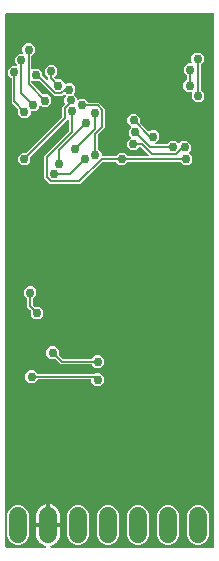
<source format=gbr>
G04 EAGLE Gerber RS-274X export*
G75*
%MOMM*%
%FSLAX34Y34*%
%LPD*%
%INBottom Copper*%
%IPPOS*%
%AMOC8*
5,1,8,0,0,1.08239X$1,22.5*%
G01*
%ADD10C,1.524000*%
%ADD11C,0.756400*%
%ADD12C,0.152400*%

G36*
X109360Y-224779D02*
X109360Y-224779D01*
X109424Y-224779D01*
X109481Y-224759D01*
X109540Y-224750D01*
X109596Y-224720D01*
X109657Y-224699D01*
X109704Y-224662D01*
X109757Y-224634D01*
X109801Y-224588D01*
X109852Y-224549D01*
X109885Y-224499D01*
X109927Y-224456D01*
X109954Y-224398D01*
X109989Y-224345D01*
X110005Y-224287D01*
X110030Y-224233D01*
X110037Y-224169D01*
X110054Y-224108D01*
X110051Y-224048D01*
X110057Y-223989D01*
X110044Y-223926D01*
X110040Y-223862D01*
X110018Y-223807D01*
X110005Y-223748D01*
X109972Y-223693D01*
X109948Y-223634D01*
X109910Y-223588D01*
X109879Y-223537D01*
X109830Y-223496D01*
X109789Y-223447D01*
X109737Y-223416D01*
X109692Y-223377D01*
X109633Y-223353D01*
X109578Y-223320D01*
X109495Y-223298D01*
X109464Y-223285D01*
X109439Y-223283D01*
X109416Y-223276D01*
X109381Y-223271D01*
X107860Y-222776D01*
X106435Y-222050D01*
X105141Y-221110D01*
X104010Y-219979D01*
X103070Y-218685D01*
X102344Y-217260D01*
X101849Y-215739D01*
X101599Y-214160D01*
X101599Y-207263D01*
X110998Y-207263D01*
X111018Y-207260D01*
X111037Y-207262D01*
X111139Y-207240D01*
X111241Y-207223D01*
X111258Y-207214D01*
X111278Y-207210D01*
X111367Y-207157D01*
X111458Y-207108D01*
X111472Y-207094D01*
X111489Y-207084D01*
X111556Y-207005D01*
X111627Y-206930D01*
X111636Y-206912D01*
X111649Y-206897D01*
X111687Y-206801D01*
X111731Y-206707D01*
X111733Y-206687D01*
X111741Y-206669D01*
X111759Y-206502D01*
X111759Y-205739D01*
X111761Y-205739D01*
X111761Y-206502D01*
X111764Y-206522D01*
X111762Y-206541D01*
X111784Y-206643D01*
X111801Y-206745D01*
X111810Y-206762D01*
X111814Y-206782D01*
X111867Y-206871D01*
X111916Y-206962D01*
X111930Y-206976D01*
X111940Y-206993D01*
X112019Y-207060D01*
X112094Y-207131D01*
X112112Y-207140D01*
X112127Y-207153D01*
X112223Y-207192D01*
X112317Y-207235D01*
X112337Y-207237D01*
X112355Y-207245D01*
X112522Y-207263D01*
X121921Y-207263D01*
X121921Y-214160D01*
X121671Y-215739D01*
X121176Y-217260D01*
X120450Y-218685D01*
X119510Y-219979D01*
X118379Y-221110D01*
X117085Y-222050D01*
X115660Y-222776D01*
X114139Y-223271D01*
X114104Y-223276D01*
X114043Y-223296D01*
X113980Y-223307D01*
X113927Y-223335D01*
X113870Y-223353D01*
X113819Y-223392D01*
X113763Y-223422D01*
X113722Y-223465D01*
X113674Y-223501D01*
X113637Y-223554D01*
X113593Y-223600D01*
X113568Y-223654D01*
X113534Y-223703D01*
X113517Y-223765D01*
X113490Y-223823D01*
X113483Y-223882D01*
X113467Y-223940D01*
X113470Y-224004D01*
X113463Y-224067D01*
X113475Y-224126D01*
X113478Y-224186D01*
X113501Y-224245D01*
X113515Y-224308D01*
X113546Y-224359D01*
X113567Y-224415D01*
X113608Y-224464D01*
X113641Y-224519D01*
X113687Y-224558D01*
X113725Y-224604D01*
X113779Y-224637D01*
X113828Y-224679D01*
X113884Y-224701D01*
X113934Y-224733D01*
X113997Y-224747D01*
X114056Y-224771D01*
X114142Y-224780D01*
X114174Y-224788D01*
X114199Y-224787D01*
X114223Y-224789D01*
X251768Y-224789D01*
X251788Y-224786D01*
X251807Y-224788D01*
X251909Y-224766D01*
X252011Y-224750D01*
X252028Y-224740D01*
X252048Y-224736D01*
X252137Y-224683D01*
X252228Y-224634D01*
X252242Y-224620D01*
X252259Y-224610D01*
X252326Y-224531D01*
X252398Y-224456D01*
X252406Y-224438D01*
X252419Y-224423D01*
X252458Y-224327D01*
X252501Y-224233D01*
X252503Y-224213D01*
X252511Y-224195D01*
X252529Y-224028D01*
X252529Y226875D01*
X252526Y226895D01*
X252528Y226914D01*
X252506Y227016D01*
X252490Y227118D01*
X252480Y227135D01*
X252476Y227155D01*
X252423Y227244D01*
X252374Y227335D01*
X252360Y227349D01*
X252350Y227366D01*
X252271Y227433D01*
X252196Y227504D01*
X252178Y227513D01*
X252163Y227526D01*
X252067Y227564D01*
X251973Y227608D01*
X251953Y227610D01*
X251935Y227618D01*
X251768Y227636D01*
X76200Y227636D01*
X76180Y227633D01*
X76161Y227635D01*
X76059Y227613D01*
X75957Y227596D01*
X75940Y227587D01*
X75920Y227583D01*
X75831Y227530D01*
X75740Y227481D01*
X75726Y227467D01*
X75709Y227457D01*
X75642Y227378D01*
X75570Y227303D01*
X75562Y227285D01*
X75549Y227270D01*
X75510Y227173D01*
X75467Y227080D01*
X75465Y227060D01*
X75457Y227042D01*
X75439Y226875D01*
X75439Y-224028D01*
X75442Y-224048D01*
X75440Y-224067D01*
X75462Y-224169D01*
X75478Y-224271D01*
X75488Y-224288D01*
X75492Y-224308D01*
X75545Y-224397D01*
X75594Y-224488D01*
X75608Y-224502D01*
X75618Y-224519D01*
X75697Y-224586D01*
X75772Y-224658D01*
X75790Y-224666D01*
X75805Y-224679D01*
X75901Y-224718D01*
X75995Y-224761D01*
X76015Y-224763D01*
X76033Y-224771D01*
X76200Y-224789D01*
X109297Y-224789D01*
X109360Y-224779D01*
G37*
%LPC*%
G36*
X113303Y83009D02*
X113303Y83009D01*
X108409Y87903D01*
X108409Y106755D01*
X129570Y127916D01*
X129616Y127980D01*
X129638Y128003D01*
X129642Y128012D01*
X129683Y128060D01*
X129695Y128090D01*
X129714Y128116D01*
X129741Y128203D01*
X129775Y128288D01*
X129779Y128329D01*
X129786Y128351D01*
X129785Y128383D01*
X129793Y128455D01*
X129793Y137422D01*
X129782Y137492D01*
X129780Y137564D01*
X129762Y137613D01*
X129754Y137664D01*
X129720Y137728D01*
X129695Y137795D01*
X129663Y137836D01*
X129638Y137882D01*
X129586Y137931D01*
X129542Y137987D01*
X129498Y138015D01*
X129460Y138051D01*
X129395Y138081D01*
X129335Y138120D01*
X129284Y138133D01*
X129237Y138155D01*
X129166Y138163D01*
X129096Y138180D01*
X129044Y138176D01*
X128993Y138182D01*
X128922Y138167D01*
X128851Y138161D01*
X128803Y138141D01*
X128752Y138130D01*
X128691Y138093D01*
X128625Y138065D01*
X128569Y138020D01*
X128541Y138003D01*
X128526Y137986D01*
X128494Y137960D01*
X126736Y136202D01*
X96970Y106436D01*
X96917Y106362D01*
X96857Y106292D01*
X96845Y106262D01*
X96826Y106236D01*
X96799Y106149D01*
X96765Y106064D01*
X96761Y106023D01*
X96754Y106001D01*
X96755Y105969D01*
X96747Y105897D01*
X96747Y101942D01*
X93638Y98833D01*
X89242Y98833D01*
X86133Y101942D01*
X86133Y106338D01*
X89242Y109447D01*
X93197Y109447D01*
X93288Y109461D01*
X93378Y109469D01*
X93408Y109481D01*
X93440Y109486D01*
X93521Y109529D01*
X93605Y109565D01*
X93637Y109591D01*
X93658Y109602D01*
X93680Y109625D01*
X93736Y109670D01*
X123502Y139436D01*
X123555Y139510D01*
X123615Y139580D01*
X123627Y139610D01*
X123646Y139636D01*
X123673Y139723D01*
X123707Y139808D01*
X123711Y139849D01*
X123718Y139871D01*
X123717Y139903D01*
X123725Y139975D01*
X123725Y148241D01*
X125791Y150306D01*
X125802Y150322D01*
X125818Y150335D01*
X125874Y150422D01*
X125934Y150506D01*
X125940Y150525D01*
X125951Y150542D01*
X125976Y150642D01*
X126006Y150741D01*
X126006Y150761D01*
X126011Y150780D01*
X126003Y150883D01*
X126000Y150987D01*
X125993Y151006D01*
X125992Y151025D01*
X125951Y151120D01*
X125916Y151218D01*
X125903Y151233D01*
X125895Y151252D01*
X125791Y151383D01*
X125503Y151670D01*
X125503Y156066D01*
X126676Y157239D01*
X126687Y157255D01*
X126703Y157267D01*
X126759Y157355D01*
X126819Y157438D01*
X126825Y157457D01*
X126836Y157474D01*
X126861Y157575D01*
X126892Y157674D01*
X126891Y157693D01*
X126896Y157713D01*
X126888Y157816D01*
X126885Y157919D01*
X126879Y157938D01*
X126877Y157958D01*
X126836Y158053D01*
X126801Y158150D01*
X126788Y158166D01*
X126781Y158184D01*
X126676Y158315D01*
X125983Y159009D01*
X125966Y159020D01*
X125954Y159036D01*
X125867Y159092D01*
X125783Y159152D01*
X125764Y159158D01*
X125747Y159169D01*
X125647Y159194D01*
X125548Y159224D01*
X125528Y159224D01*
X125509Y159229D01*
X125406Y159221D01*
X125302Y159218D01*
X125283Y159211D01*
X125263Y159210D01*
X125168Y159169D01*
X125071Y159134D01*
X125055Y159121D01*
X125037Y159113D01*
X124906Y159009D01*
X123913Y158015D01*
X116991Y158015D01*
X104660Y170347D01*
X104644Y170358D01*
X104631Y170374D01*
X104544Y170430D01*
X104460Y170490D01*
X104441Y170496D01*
X104424Y170507D01*
X104324Y170532D01*
X104225Y170563D01*
X104205Y170562D01*
X104186Y170567D01*
X104083Y170559D01*
X103979Y170556D01*
X103960Y170549D01*
X103940Y170548D01*
X103846Y170508D01*
X103748Y170472D01*
X103732Y170459D01*
X103714Y170452D01*
X103583Y170347D01*
X103494Y170257D01*
X99098Y170257D01*
X98814Y170541D01*
X98756Y170583D01*
X98704Y170632D01*
X98657Y170654D01*
X98614Y170685D01*
X98546Y170706D01*
X98481Y170736D01*
X98429Y170742D01*
X98379Y170757D01*
X98308Y170755D01*
X98236Y170763D01*
X98185Y170752D01*
X98133Y170751D01*
X98066Y170726D01*
X97996Y170711D01*
X97951Y170684D01*
X97902Y170666D01*
X97846Y170621D01*
X97785Y170585D01*
X97751Y170545D01*
X97710Y170512D01*
X97672Y170452D01*
X97625Y170398D01*
X97605Y170349D01*
X97577Y170306D01*
X97560Y170236D01*
X97533Y170170D01*
X97525Y170098D01*
X97517Y170067D01*
X97519Y170044D01*
X97515Y170003D01*
X97515Y168925D01*
X97529Y168835D01*
X97536Y168744D01*
X97549Y168714D01*
X97554Y168682D01*
X97597Y168601D01*
X97633Y168517D01*
X97658Y168485D01*
X97669Y168465D01*
X97693Y168442D01*
X97738Y168386D01*
X106924Y159200D01*
X106998Y159147D01*
X107068Y159087D01*
X107098Y159075D01*
X107124Y159056D01*
X107211Y159029D01*
X107296Y158995D01*
X107337Y158991D01*
X107359Y158984D01*
X107391Y158985D01*
X107463Y158977D01*
X111418Y158977D01*
X114527Y155868D01*
X114527Y151472D01*
X111418Y148363D01*
X107022Y148363D01*
X105666Y149719D01*
X105608Y149761D01*
X105556Y149810D01*
X105509Y149832D01*
X105467Y149862D01*
X105398Y149884D01*
X105333Y149914D01*
X105281Y149919D01*
X105231Y149935D01*
X105160Y149933D01*
X105089Y149941D01*
X105038Y149930D01*
X104986Y149928D01*
X104918Y149904D01*
X104848Y149889D01*
X104803Y149862D01*
X104755Y149844D01*
X104699Y149799D01*
X104637Y149762D01*
X104603Y149723D01*
X104563Y149690D01*
X104524Y149630D01*
X104477Y149575D01*
X104458Y149527D01*
X104430Y149483D01*
X104412Y149414D01*
X104385Y149347D01*
X104377Y149276D01*
X104369Y149245D01*
X104371Y149222D01*
X104367Y149181D01*
X104367Y147662D01*
X101258Y144553D01*
X97704Y144553D01*
X97685Y144550D01*
X97665Y144552D01*
X97564Y144530D01*
X97462Y144514D01*
X97444Y144504D01*
X97425Y144500D01*
X97336Y144447D01*
X97244Y144398D01*
X97231Y144384D01*
X97213Y144374D01*
X97146Y144295D01*
X97075Y144220D01*
X97066Y144202D01*
X97054Y144187D01*
X97015Y144091D01*
X96971Y143997D01*
X96969Y143977D01*
X96962Y143959D01*
X96943Y143792D01*
X96943Y142233D01*
X93835Y139125D01*
X89438Y139125D01*
X86330Y142233D01*
X86330Y146189D01*
X86315Y146279D01*
X86308Y146370D01*
X86295Y146400D01*
X86290Y146431D01*
X86247Y146512D01*
X86211Y146596D01*
X86186Y146628D01*
X86175Y146649D01*
X86151Y146671D01*
X86107Y146727D01*
X80827Y152006D01*
X80827Y172267D01*
X80813Y172357D01*
X80805Y172448D01*
X80793Y172477D01*
X80788Y172509D01*
X80745Y172590D01*
X80709Y172674D01*
X80683Y172706D01*
X80672Y172727D01*
X80649Y172749D01*
X80604Y172805D01*
X77807Y175602D01*
X77807Y179998D01*
X80916Y183107D01*
X84693Y183107D01*
X84763Y183118D01*
X84835Y183120D01*
X84884Y183138D01*
X84935Y183146D01*
X84999Y183180D01*
X85066Y183205D01*
X85107Y183237D01*
X85153Y183262D01*
X85202Y183314D01*
X85258Y183358D01*
X85286Y183402D01*
X85322Y183440D01*
X85352Y183505D01*
X85391Y183565D01*
X85404Y183616D01*
X85426Y183663D01*
X85434Y183734D01*
X85451Y183804D01*
X85447Y183856D01*
X85453Y183907D01*
X85438Y183978D01*
X85432Y184049D01*
X85412Y184097D01*
X85401Y184148D01*
X85364Y184209D01*
X85336Y184275D01*
X85291Y184331D01*
X85274Y184359D01*
X85257Y184374D01*
X85231Y184406D01*
X83875Y185762D01*
X83875Y190158D01*
X86984Y193267D01*
X89491Y193267D01*
X89561Y193278D01*
X89633Y193280D01*
X89682Y193298D01*
X89733Y193306D01*
X89797Y193340D01*
X89864Y193365D01*
X89905Y193397D01*
X89951Y193422D01*
X90000Y193473D01*
X90056Y193518D01*
X90084Y193562D01*
X90120Y193600D01*
X90150Y193665D01*
X90189Y193725D01*
X90202Y193776D01*
X90224Y193823D01*
X90232Y193894D01*
X90249Y193964D01*
X90245Y194016D01*
X90251Y194067D01*
X90236Y194138D01*
X90230Y194209D01*
X90210Y194257D01*
X90199Y194308D01*
X90162Y194369D01*
X90134Y194435D01*
X90089Y194491D01*
X90072Y194519D01*
X90055Y194534D01*
X90029Y194566D01*
X89943Y194652D01*
X89943Y199048D01*
X93052Y202157D01*
X97448Y202157D01*
X100557Y199048D01*
X100557Y194652D01*
X97760Y191855D01*
X97707Y191781D01*
X97647Y191711D01*
X97635Y191681D01*
X97616Y191655D01*
X97589Y191568D01*
X97555Y191483D01*
X97551Y191442D01*
X97544Y191420D01*
X97545Y191388D01*
X97537Y191317D01*
X97537Y181148D01*
X97548Y181077D01*
X97550Y181005D01*
X97568Y180956D01*
X97576Y180905D01*
X97610Y180842D01*
X97635Y180774D01*
X97667Y180734D01*
X97692Y180688D01*
X97744Y180638D01*
X97788Y180582D01*
X97832Y180554D01*
X97870Y180518D01*
X97935Y180488D01*
X97995Y180449D01*
X98046Y180437D01*
X98093Y180415D01*
X98164Y180407D01*
X98234Y180389D01*
X98286Y180393D01*
X98337Y180388D01*
X98408Y180403D01*
X98479Y180408D01*
X98527Y180429D01*
X98578Y180440D01*
X98639Y180477D01*
X98705Y180505D01*
X98761Y180550D01*
X98789Y180566D01*
X98804Y180584D01*
X98836Y180610D01*
X99098Y180871D01*
X103494Y180871D01*
X106603Y177762D01*
X106603Y175187D01*
X106617Y175097D01*
X106624Y175006D01*
X106637Y174976D01*
X106642Y174944D01*
X106685Y174864D01*
X106721Y174780D01*
X106746Y174748D01*
X106757Y174727D01*
X106781Y174705D01*
X106825Y174649D01*
X110714Y170761D01*
X110772Y170719D01*
X110824Y170669D01*
X110871Y170648D01*
X110913Y170617D01*
X110982Y170596D01*
X111047Y170566D01*
X111099Y170560D01*
X111149Y170545D01*
X111220Y170547D01*
X111291Y170539D01*
X111342Y170550D01*
X111394Y170551D01*
X111462Y170576D01*
X111532Y170591D01*
X111577Y170618D01*
X111625Y170636D01*
X111681Y170680D01*
X111743Y170717D01*
X111777Y170757D01*
X111817Y170789D01*
X111856Y170850D01*
X111903Y170904D01*
X111922Y170952D01*
X111950Y170996D01*
X111968Y171066D01*
X111995Y171132D01*
X112003Y171204D01*
X112011Y171235D01*
X112009Y171258D01*
X112013Y171299D01*
X112013Y172973D01*
X111999Y173063D01*
X111991Y173154D01*
X111979Y173183D01*
X111974Y173215D01*
X111931Y173296D01*
X111895Y173380D01*
X111869Y173412D01*
X111858Y173433D01*
X111835Y173455D01*
X111790Y173511D01*
X108993Y176308D01*
X108993Y180704D01*
X112102Y183813D01*
X116498Y183813D01*
X119607Y180704D01*
X119607Y176308D01*
X117216Y173917D01*
X117204Y173901D01*
X117188Y173888D01*
X117132Y173801D01*
X117072Y173717D01*
X117066Y173698D01*
X117055Y173681D01*
X117030Y173581D01*
X117000Y173482D01*
X117000Y173462D01*
X116995Y173443D01*
X117003Y173340D01*
X117006Y173236D01*
X117013Y173217D01*
X117015Y173198D01*
X117055Y173103D01*
X117091Y173005D01*
X117103Y172989D01*
X117111Y172971D01*
X117216Y172840D01*
X118156Y171900D01*
X118230Y171847D01*
X118300Y171787D01*
X118330Y171775D01*
X118356Y171756D01*
X118443Y171729D01*
X118528Y171695D01*
X118569Y171691D01*
X118591Y171684D01*
X118623Y171685D01*
X118695Y171677D01*
X122650Y171677D01*
X125759Y168568D01*
X125759Y168517D01*
X125770Y168447D01*
X125772Y168375D01*
X125790Y168326D01*
X125798Y168275D01*
X125832Y168211D01*
X125857Y168144D01*
X125889Y168103D01*
X125914Y168057D01*
X125966Y168008D01*
X126010Y167952D01*
X126054Y167924D01*
X126092Y167888D01*
X126157Y167858D01*
X126217Y167819D01*
X126268Y167806D01*
X126315Y167784D01*
X126386Y167776D01*
X126456Y167759D01*
X126508Y167763D01*
X126559Y167757D01*
X126630Y167772D01*
X126701Y167778D01*
X126749Y167798D01*
X126800Y167809D01*
X126861Y167846D01*
X126927Y167874D01*
X126983Y167919D01*
X127011Y167936D01*
X127026Y167953D01*
X127058Y167979D01*
X127342Y168263D01*
X131738Y168263D01*
X134847Y165154D01*
X134847Y160758D01*
X133674Y159585D01*
X133663Y159569D01*
X133647Y159557D01*
X133591Y159469D01*
X133531Y159386D01*
X133525Y159367D01*
X133514Y159350D01*
X133489Y159249D01*
X133458Y159150D01*
X133459Y159131D01*
X133454Y159111D01*
X133462Y159008D01*
X133465Y158905D01*
X133471Y158886D01*
X133473Y158866D01*
X133513Y158771D01*
X133549Y158674D01*
X133562Y158658D01*
X133569Y158640D01*
X133674Y158509D01*
X136117Y156066D01*
X136117Y154600D01*
X136128Y154530D01*
X136130Y154458D01*
X136148Y154409D01*
X136156Y154358D01*
X136190Y154294D01*
X136215Y154227D01*
X136247Y154186D01*
X136272Y154140D01*
X136324Y154091D01*
X136368Y154035D01*
X136412Y154007D01*
X136450Y153971D01*
X136515Y153941D01*
X136575Y153902D01*
X136626Y153889D01*
X136673Y153867D01*
X136744Y153859D01*
X136814Y153842D01*
X136866Y153846D01*
X136917Y153840D01*
X136988Y153855D01*
X137059Y153861D01*
X137107Y153881D01*
X137158Y153892D01*
X137219Y153929D01*
X137285Y153957D01*
X137341Y154002D01*
X137369Y154019D01*
X137384Y154036D01*
X137416Y154062D01*
X138646Y155292D01*
X143043Y155292D01*
X146247Y152088D01*
X146321Y152035D01*
X146391Y151975D01*
X146421Y151963D01*
X146447Y151944D01*
X146534Y151917D01*
X146619Y151883D01*
X146660Y151879D01*
X146682Y151872D01*
X146714Y151873D01*
X146785Y151865D01*
X154993Y151865D01*
X156555Y150302D01*
X158324Y148533D01*
X159887Y146971D01*
X159887Y130752D01*
X154218Y125083D01*
X154164Y125009D01*
X154105Y124940D01*
X154093Y124909D01*
X154074Y124883D01*
X154047Y124796D01*
X154013Y124711D01*
X154009Y124671D01*
X154002Y124648D01*
X154002Y124616D01*
X153995Y124545D01*
X153995Y112906D01*
X154009Y112816D01*
X154016Y112725D01*
X154029Y112695D01*
X154034Y112663D01*
X154077Y112582D01*
X154113Y112498D01*
X154138Y112466D01*
X154149Y112445D01*
X154173Y112423D01*
X154218Y112367D01*
X157015Y109570D01*
X157015Y107188D01*
X157018Y107168D01*
X157016Y107149D01*
X157038Y107047D01*
X157054Y106945D01*
X157064Y106928D01*
X157068Y106908D01*
X157121Y106819D01*
X157169Y106728D01*
X157184Y106714D01*
X157194Y106697D01*
X157273Y106630D01*
X157348Y106558D01*
X157366Y106550D01*
X157381Y106537D01*
X157477Y106498D01*
X157571Y106455D01*
X157591Y106453D01*
X157609Y106445D01*
X157776Y106427D01*
X168457Y106427D01*
X168547Y106441D01*
X168638Y106449D01*
X168667Y106461D01*
X168699Y106466D01*
X168780Y106509D01*
X168864Y106545D01*
X168896Y106571D01*
X168917Y106582D01*
X168939Y106605D01*
X168995Y106650D01*
X171792Y109447D01*
X176188Y109447D01*
X178985Y106650D01*
X179059Y106597D01*
X179129Y106537D01*
X179159Y106525D01*
X179185Y106506D01*
X179272Y106479D01*
X179357Y106445D01*
X179398Y106441D01*
X179420Y106434D01*
X179452Y106435D01*
X179523Y106427D01*
X196611Y106427D01*
X196682Y106438D01*
X196753Y106440D01*
X196802Y106458D01*
X196854Y106466D01*
X196917Y106500D01*
X196984Y106525D01*
X197025Y106557D01*
X197071Y106582D01*
X197120Y106634D01*
X197176Y106678D01*
X197205Y106722D01*
X197240Y106760D01*
X197271Y106825D01*
X197309Y106885D01*
X197322Y106936D01*
X197344Y106983D01*
X197352Y107054D01*
X197370Y107124D01*
X197365Y107176D01*
X197371Y107227D01*
X197356Y107298D01*
X197350Y107369D01*
X197330Y107417D01*
X197319Y107468D01*
X197282Y107529D01*
X197254Y107595D01*
X197209Y107651D01*
X197193Y107679D01*
X197175Y107694D01*
X197149Y107726D01*
X190545Y114330D01*
X190471Y114383D01*
X190402Y114443D01*
X190372Y114455D01*
X190345Y114474D01*
X190259Y114501D01*
X190174Y114535D01*
X190133Y114539D01*
X190110Y114546D01*
X190078Y114545D01*
X190007Y114553D01*
X189485Y114553D01*
X189395Y114539D01*
X189304Y114531D01*
X189275Y114519D01*
X189243Y114514D01*
X189162Y114471D01*
X189078Y114435D01*
X189046Y114409D01*
X189025Y114398D01*
X189003Y114375D01*
X188947Y114330D01*
X186150Y111533D01*
X181754Y111533D01*
X178645Y114642D01*
X178645Y119038D01*
X181723Y122116D01*
X181734Y122132D01*
X181750Y122144D01*
X181806Y122232D01*
X181866Y122315D01*
X181872Y122334D01*
X181883Y122351D01*
X181908Y122452D01*
X181939Y122551D01*
X181938Y122570D01*
X181943Y122590D01*
X181935Y122693D01*
X181932Y122796D01*
X181926Y122815D01*
X181924Y122835D01*
X181884Y122930D01*
X181848Y123027D01*
X181835Y123043D01*
X181828Y123061D01*
X181723Y123192D01*
X180113Y124802D01*
X180113Y129198D01*
X181822Y130907D01*
X181833Y130923D01*
X181849Y130935D01*
X181905Y131023D01*
X181965Y131106D01*
X181971Y131125D01*
X181982Y131142D01*
X182007Y131243D01*
X182038Y131342D01*
X182037Y131361D01*
X182042Y131381D01*
X182034Y131484D01*
X182031Y131587D01*
X182025Y131606D01*
X182023Y131626D01*
X181983Y131721D01*
X181947Y131818D01*
X181934Y131834D01*
X181927Y131852D01*
X181822Y131983D01*
X178843Y134962D01*
X178843Y139358D01*
X181952Y142467D01*
X186348Y142467D01*
X189457Y139358D01*
X189457Y135403D01*
X189471Y135312D01*
X189479Y135222D01*
X189491Y135192D01*
X189496Y135160D01*
X189539Y135079D01*
X189575Y134995D01*
X189601Y134963D01*
X189612Y134942D01*
X189635Y134920D01*
X189680Y134864D01*
X196716Y127828D01*
X196732Y127816D01*
X196745Y127800D01*
X196832Y127744D01*
X196916Y127684D01*
X196935Y127678D01*
X196952Y127667D01*
X197052Y127642D01*
X197151Y127612D01*
X197171Y127612D01*
X197190Y127607D01*
X197293Y127615D01*
X197397Y127618D01*
X197416Y127625D01*
X197436Y127627D01*
X197530Y127667D01*
X197628Y127703D01*
X197644Y127715D01*
X197662Y127723D01*
X197793Y127828D01*
X198462Y128497D01*
X202858Y128497D01*
X205967Y125388D01*
X205967Y120992D01*
X202861Y117886D01*
X202819Y117828D01*
X202770Y117776D01*
X202748Y117729D01*
X202718Y117687D01*
X202696Y117618D01*
X202666Y117553D01*
X202661Y117501D01*
X202645Y117451D01*
X202647Y117380D01*
X202639Y117309D01*
X202650Y117258D01*
X202652Y117206D01*
X202676Y117138D01*
X202691Y117068D01*
X202718Y117023D01*
X202736Y116975D01*
X202781Y116919D01*
X202818Y116857D01*
X202857Y116823D01*
X202890Y116783D01*
X202950Y116744D01*
X203005Y116697D01*
X203053Y116678D01*
X203097Y116650D01*
X203166Y116632D01*
X203233Y116605D01*
X203304Y116597D01*
X203335Y116589D01*
X203358Y116591D01*
X203399Y116587D01*
X211881Y116587D01*
X211971Y116601D01*
X212062Y116609D01*
X212092Y116621D01*
X212124Y116626D01*
X212204Y116669D01*
X212288Y116705D01*
X212320Y116731D01*
X212341Y116742D01*
X212363Y116765D01*
X212419Y116810D01*
X215216Y119607D01*
X219613Y119607D01*
X221834Y117385D01*
X221850Y117374D01*
X221863Y117358D01*
X221950Y117302D01*
X222034Y117242D01*
X222053Y117236D01*
X222069Y117225D01*
X222170Y117200D01*
X222269Y117169D01*
X222289Y117170D01*
X222308Y117165D01*
X222411Y117173D01*
X222515Y117176D01*
X222533Y117183D01*
X222553Y117184D01*
X222648Y117225D01*
X222746Y117260D01*
X222761Y117273D01*
X222780Y117281D01*
X222910Y117385D01*
X225132Y119607D01*
X229528Y119607D01*
X232637Y116498D01*
X232637Y112102D01*
X230928Y110393D01*
X230917Y110377D01*
X230901Y110365D01*
X230845Y110277D01*
X230785Y110194D01*
X230779Y110175D01*
X230768Y110158D01*
X230743Y110057D01*
X230712Y109958D01*
X230713Y109939D01*
X230708Y109919D01*
X230716Y109816D01*
X230719Y109713D01*
X230725Y109694D01*
X230727Y109674D01*
X230767Y109579D01*
X230803Y109482D01*
X230816Y109466D01*
X230823Y109448D01*
X230928Y109317D01*
X233907Y106338D01*
X233907Y101942D01*
X230798Y98833D01*
X226402Y98833D01*
X223605Y101630D01*
X223531Y101683D01*
X223461Y101743D01*
X223431Y101755D01*
X223405Y101774D01*
X223318Y101801D01*
X223233Y101835D01*
X223192Y101839D01*
X223170Y101846D01*
X223138Y101845D01*
X223067Y101853D01*
X179523Y101853D01*
X179433Y101839D01*
X179342Y101831D01*
X179313Y101819D01*
X179281Y101814D01*
X179200Y101771D01*
X179116Y101735D01*
X179084Y101709D01*
X179063Y101698D01*
X179041Y101675D01*
X178985Y101630D01*
X176188Y98833D01*
X171792Y98833D01*
X168995Y101630D01*
X168921Y101683D01*
X168851Y101743D01*
X168821Y101755D01*
X168795Y101774D01*
X168708Y101801D01*
X168623Y101835D01*
X168582Y101839D01*
X168560Y101846D01*
X168528Y101845D01*
X168457Y101853D01*
X158320Y101853D01*
X158230Y101839D01*
X158139Y101831D01*
X158109Y101819D01*
X158077Y101814D01*
X157996Y101771D01*
X157912Y101735D01*
X157880Y101709D01*
X157860Y101698D01*
X157837Y101675D01*
X157781Y101630D01*
X139160Y83009D01*
X113303Y83009D01*
G37*
%LPD*%
%LPC*%
G36*
X160741Y-222505D02*
X160741Y-222505D01*
X157380Y-221113D01*
X154807Y-218540D01*
X153415Y-215179D01*
X153415Y-196301D01*
X154807Y-192940D01*
X157380Y-190367D01*
X160741Y-188975D01*
X164379Y-188975D01*
X167740Y-190367D01*
X170313Y-192940D01*
X171705Y-196301D01*
X171705Y-215179D01*
X170313Y-218540D01*
X167740Y-221113D01*
X164379Y-222505D01*
X160741Y-222505D01*
G37*
%LPD*%
%LPC*%
G36*
X135341Y-222505D02*
X135341Y-222505D01*
X131980Y-221113D01*
X129407Y-218540D01*
X128015Y-215179D01*
X128015Y-196301D01*
X129407Y-192940D01*
X131980Y-190367D01*
X135341Y-188975D01*
X138979Y-188975D01*
X142340Y-190367D01*
X144913Y-192940D01*
X146305Y-196301D01*
X146305Y-215179D01*
X144913Y-218540D01*
X142340Y-221113D01*
X138979Y-222505D01*
X135341Y-222505D01*
G37*
%LPD*%
%LPC*%
G36*
X84541Y-222505D02*
X84541Y-222505D01*
X81180Y-221113D01*
X78607Y-218540D01*
X77215Y-215179D01*
X77215Y-196301D01*
X78607Y-192940D01*
X81180Y-190367D01*
X84541Y-188975D01*
X88179Y-188975D01*
X91540Y-190367D01*
X94113Y-192940D01*
X95505Y-196301D01*
X95505Y-215179D01*
X94113Y-218540D01*
X91540Y-221113D01*
X88179Y-222505D01*
X84541Y-222505D01*
G37*
%LPD*%
%LPC*%
G36*
X211541Y-222505D02*
X211541Y-222505D01*
X208180Y-221113D01*
X205607Y-218540D01*
X204215Y-215179D01*
X204215Y-196301D01*
X205607Y-192940D01*
X208180Y-190367D01*
X211541Y-188975D01*
X215179Y-188975D01*
X218540Y-190367D01*
X221113Y-192940D01*
X222505Y-196301D01*
X222505Y-215179D01*
X221113Y-218540D01*
X218540Y-221113D01*
X215179Y-222505D01*
X211541Y-222505D01*
G37*
%LPD*%
%LPC*%
G36*
X186141Y-222505D02*
X186141Y-222505D01*
X182780Y-221113D01*
X180207Y-218540D01*
X178815Y-215179D01*
X178815Y-196301D01*
X180207Y-192940D01*
X182780Y-190367D01*
X186141Y-188975D01*
X189779Y-188975D01*
X193140Y-190367D01*
X195713Y-192940D01*
X197105Y-196301D01*
X197105Y-215179D01*
X195713Y-218540D01*
X193140Y-221113D01*
X189779Y-222505D01*
X186141Y-222505D01*
G37*
%LPD*%
%LPC*%
G36*
X236941Y-222505D02*
X236941Y-222505D01*
X233580Y-221113D01*
X231007Y-218540D01*
X229615Y-215179D01*
X229615Y-196301D01*
X231007Y-192940D01*
X233580Y-190367D01*
X236941Y-188975D01*
X240579Y-188975D01*
X243940Y-190367D01*
X246513Y-192940D01*
X247905Y-196301D01*
X247905Y-215179D01*
X246513Y-218540D01*
X243940Y-221113D01*
X240579Y-222505D01*
X236941Y-222505D01*
G37*
%LPD*%
%LPC*%
G36*
X236562Y152173D02*
X236562Y152173D01*
X233453Y155282D01*
X233453Y159678D01*
X233539Y159764D01*
X233581Y159822D01*
X233630Y159874D01*
X233652Y159921D01*
X233682Y159963D01*
X233704Y160032D01*
X233734Y160097D01*
X233739Y160149D01*
X233755Y160199D01*
X233753Y160270D01*
X233761Y160341D01*
X233750Y160392D01*
X233748Y160444D01*
X233724Y160512D01*
X233709Y160582D01*
X233682Y160627D01*
X233664Y160675D01*
X233619Y160731D01*
X233582Y160793D01*
X233543Y160827D01*
X233510Y160867D01*
X233450Y160906D01*
X233395Y160953D01*
X233347Y160972D01*
X233303Y161000D01*
X233234Y161018D01*
X233167Y161045D01*
X233096Y161053D01*
X233065Y161061D01*
X233042Y161059D01*
X233001Y161063D01*
X229259Y161063D01*
X226151Y164172D01*
X226151Y168568D01*
X228948Y171365D01*
X229001Y171439D01*
X229060Y171509D01*
X229073Y171539D01*
X229091Y171565D01*
X229118Y171652D01*
X229152Y171737D01*
X229157Y171778D01*
X229164Y171800D01*
X229163Y171832D01*
X229171Y171903D01*
X229171Y175195D01*
X229156Y175285D01*
X229149Y175376D01*
X229136Y175406D01*
X229131Y175438D01*
X229088Y175518D01*
X229053Y175602D01*
X229027Y175634D01*
X229016Y175655D01*
X228993Y175677D01*
X228948Y175733D01*
X226941Y177740D01*
X226941Y182137D01*
X230049Y185245D01*
X232612Y185245D01*
X232683Y185257D01*
X232755Y185259D01*
X232804Y185277D01*
X232855Y185285D01*
X232918Y185318D01*
X232986Y185343D01*
X233026Y185376D01*
X233072Y185400D01*
X233122Y185452D01*
X233178Y185497D01*
X233206Y185541D01*
X233242Y185578D01*
X233272Y185643D01*
X233311Y185704D01*
X233323Y185754D01*
X233345Y185801D01*
X233353Y185873D01*
X233371Y185942D01*
X233367Y185994D01*
X233372Y186046D01*
X233357Y186116D01*
X233352Y186187D01*
X233331Y186235D01*
X233320Y186286D01*
X233283Y186348D01*
X233255Y186414D01*
X233210Y186470D01*
X233194Y186497D01*
X233176Y186513D01*
X233150Y186545D01*
X233009Y186686D01*
X233009Y191083D01*
X236117Y194191D01*
X240514Y194191D01*
X243622Y191083D01*
X243622Y186686D01*
X241270Y184334D01*
X241217Y184260D01*
X241157Y184190D01*
X241145Y184160D01*
X241126Y184134D01*
X241099Y184047D01*
X241065Y183962D01*
X241061Y183921D01*
X241054Y183899D01*
X241055Y183867D01*
X241047Y183795D01*
X241047Y163013D01*
X241061Y162923D01*
X241069Y162832D01*
X241081Y162803D01*
X241086Y162771D01*
X241129Y162690D01*
X241165Y162606D01*
X241191Y162574D01*
X241202Y162553D01*
X241225Y162531D01*
X241270Y162475D01*
X244067Y159678D01*
X244067Y155282D01*
X240958Y152173D01*
X236562Y152173D01*
G37*
%LPD*%
%LPC*%
G36*
X151472Y-87857D02*
X151472Y-87857D01*
X148363Y-84748D01*
X148363Y-83058D01*
X148360Y-83038D01*
X148362Y-83019D01*
X148340Y-82917D01*
X148324Y-82815D01*
X148314Y-82798D01*
X148310Y-82778D01*
X148257Y-82689D01*
X148208Y-82598D01*
X148194Y-82584D01*
X148184Y-82567D01*
X148105Y-82500D01*
X148030Y-82428D01*
X148012Y-82420D01*
X147997Y-82407D01*
X147901Y-82368D01*
X147807Y-82325D01*
X147787Y-82323D01*
X147769Y-82315D01*
X147602Y-82297D01*
X103323Y-82297D01*
X103233Y-82311D01*
X103142Y-82319D01*
X103113Y-82331D01*
X103081Y-82336D01*
X103000Y-82379D01*
X102916Y-82415D01*
X102884Y-82441D01*
X102863Y-82452D01*
X102841Y-82475D01*
X102785Y-82520D01*
X99988Y-85317D01*
X95592Y-85317D01*
X92483Y-82208D01*
X92483Y-77812D01*
X95592Y-74703D01*
X99988Y-74703D01*
X102785Y-77500D01*
X102859Y-77553D01*
X102929Y-77613D01*
X102959Y-77625D01*
X102985Y-77644D01*
X103072Y-77671D01*
X103157Y-77705D01*
X103198Y-77709D01*
X103220Y-77716D01*
X103252Y-77715D01*
X103323Y-77723D01*
X150677Y-77723D01*
X150767Y-77709D01*
X150858Y-77701D01*
X150887Y-77689D01*
X150919Y-77684D01*
X151000Y-77641D01*
X151084Y-77605D01*
X151116Y-77579D01*
X151137Y-77568D01*
X151159Y-77545D01*
X151215Y-77500D01*
X151472Y-77243D01*
X155868Y-77243D01*
X158977Y-80352D01*
X158977Y-84748D01*
X155868Y-87857D01*
X151472Y-87857D01*
G37*
%LPD*%
%LPC*%
G36*
X151472Y-72617D02*
X151472Y-72617D01*
X148675Y-69820D01*
X148601Y-69767D01*
X148531Y-69707D01*
X148501Y-69695D01*
X148475Y-69676D01*
X148388Y-69649D01*
X148303Y-69615D01*
X148262Y-69611D01*
X148240Y-69604D01*
X148208Y-69605D01*
X148137Y-69597D01*
X122243Y-69597D01*
X117866Y-65220D01*
X117792Y-65167D01*
X117722Y-65107D01*
X117692Y-65095D01*
X117666Y-65076D01*
X117579Y-65049D01*
X117494Y-65015D01*
X117453Y-65011D01*
X117431Y-65004D01*
X117399Y-65005D01*
X117327Y-64997D01*
X113372Y-64997D01*
X110263Y-61888D01*
X110263Y-57492D01*
X113372Y-54383D01*
X117768Y-54383D01*
X120877Y-57492D01*
X120877Y-61447D01*
X120891Y-61538D01*
X120899Y-61628D01*
X120911Y-61658D01*
X120916Y-61690D01*
X120959Y-61771D01*
X120995Y-61855D01*
X121021Y-61887D01*
X121032Y-61908D01*
X121055Y-61930D01*
X121100Y-61986D01*
X123914Y-64800D01*
X123988Y-64853D01*
X124058Y-64913D01*
X124088Y-64925D01*
X124114Y-64944D01*
X124201Y-64971D01*
X124286Y-65005D01*
X124327Y-65009D01*
X124349Y-65016D01*
X124381Y-65015D01*
X124453Y-65023D01*
X148137Y-65023D01*
X148227Y-65009D01*
X148318Y-65001D01*
X148347Y-64989D01*
X148379Y-64984D01*
X148460Y-64941D01*
X148544Y-64905D01*
X148576Y-64879D01*
X148597Y-64868D01*
X148619Y-64845D01*
X148675Y-64800D01*
X151472Y-62003D01*
X155868Y-62003D01*
X158977Y-65112D01*
X158977Y-69508D01*
X155868Y-72617D01*
X151472Y-72617D01*
G37*
%LPD*%
%LPC*%
G36*
X100078Y-31382D02*
X100078Y-31382D01*
X96969Y-28274D01*
X96969Y-24318D01*
X96954Y-24228D01*
X96947Y-24137D01*
X96935Y-24107D01*
X96929Y-24076D01*
X96887Y-23995D01*
X96851Y-23911D01*
X96825Y-23879D01*
X96814Y-23858D01*
X96791Y-23836D01*
X96746Y-23780D01*
X94233Y-21267D01*
X94233Y-14423D01*
X94219Y-14333D01*
X94211Y-14242D01*
X94199Y-14213D01*
X94194Y-14181D01*
X94151Y-14100D01*
X94115Y-14016D01*
X94089Y-13984D01*
X94078Y-13963D01*
X94055Y-13941D01*
X94010Y-13885D01*
X91213Y-11088D01*
X91213Y-6692D01*
X94322Y-3583D01*
X98718Y-3583D01*
X101827Y-6692D01*
X101827Y-11088D01*
X99030Y-13885D01*
X98977Y-13959D01*
X98917Y-14029D01*
X98905Y-14059D01*
X98886Y-14085D01*
X98859Y-14172D01*
X98825Y-14257D01*
X98821Y-14298D01*
X98814Y-14320D01*
X98815Y-14352D01*
X98807Y-14423D01*
X98807Y-19057D01*
X98821Y-19148D01*
X98829Y-19238D01*
X98841Y-19268D01*
X98846Y-19300D01*
X98889Y-19381D01*
X98925Y-19465D01*
X98951Y-19497D01*
X98962Y-19518D01*
X98985Y-19540D01*
X99030Y-19596D01*
X99980Y-20546D01*
X100054Y-20599D01*
X100123Y-20659D01*
X100154Y-20671D01*
X100180Y-20690D01*
X100267Y-20716D01*
X100352Y-20751D01*
X100392Y-20755D01*
X100415Y-20762D01*
X100447Y-20761D01*
X100518Y-20769D01*
X104474Y-20769D01*
X107582Y-23878D01*
X107582Y-28274D01*
X104474Y-31382D01*
X100078Y-31382D01*
G37*
%LPD*%
%LPC*%
G36*
X113283Y-204217D02*
X113283Y-204217D01*
X113283Y-188074D01*
X114139Y-188209D01*
X115660Y-188704D01*
X117085Y-189430D01*
X118379Y-190370D01*
X119510Y-191501D01*
X120450Y-192795D01*
X121176Y-194220D01*
X121671Y-195741D01*
X121921Y-197320D01*
X121921Y-204217D01*
X113283Y-204217D01*
G37*
%LPD*%
%LPC*%
G36*
X101599Y-204217D02*
X101599Y-204217D01*
X101599Y-197320D01*
X101849Y-195741D01*
X102344Y-194220D01*
X103070Y-192795D01*
X104010Y-191501D01*
X105141Y-190370D01*
X106435Y-189430D01*
X107860Y-188704D01*
X109381Y-188209D01*
X110237Y-188074D01*
X110237Y-204217D01*
X101599Y-204217D01*
G37*
%LPD*%
D10*
X238760Y-198120D02*
X238760Y-213360D01*
X213360Y-213360D02*
X213360Y-198120D01*
X187960Y-198120D02*
X187960Y-213360D01*
X162560Y-213360D02*
X162560Y-198120D01*
X137160Y-198120D02*
X137160Y-213360D01*
X111760Y-213360D02*
X111760Y-198120D01*
X86360Y-198120D02*
X86360Y-213360D01*
D11*
X116764Y91364D03*
D12*
X130117Y91364D01*
X142620Y103867D01*
D11*
X142620Y103867D03*
X96520Y-8890D03*
D12*
X96520Y-20320D01*
X102276Y-26076D01*
D11*
X102276Y-26076D03*
X120650Y151130D03*
X148590Y-133350D03*
X185420Y127000D03*
D12*
X198120Y114300D01*
X217414Y114300D01*
D11*
X217414Y114300D03*
X184150Y137160D03*
D12*
X198120Y123190D01*
X200660Y123190D01*
D11*
X200660Y123190D03*
X183952Y116840D03*
X227330Y114300D03*
D12*
X191269Y116840D02*
X183952Y116840D01*
X225996Y114300D02*
X227330Y114300D01*
X225996Y114300D02*
X219928Y108232D01*
X199877Y108232D02*
X191269Y116840D01*
X199877Y108232D02*
X219928Y108232D01*
D11*
X109220Y153670D03*
X238760Y157480D03*
D12*
X238760Y188440D01*
X238316Y188884D01*
D11*
X238316Y188884D03*
X95250Y196850D03*
D12*
X95250Y178100D02*
X95228Y178078D01*
X95250Y178100D02*
X95250Y196850D01*
X95228Y167662D02*
X109220Y153670D01*
X95228Y167662D02*
X95228Y178078D01*
D11*
X91636Y144431D03*
D12*
X83114Y152954D01*
X83114Y177800D01*
D11*
X83114Y177800D03*
X99060Y149860D03*
X231458Y166370D03*
D12*
X231458Y179148D01*
X232248Y179938D01*
D11*
X232248Y179938D03*
D12*
X99060Y149860D02*
X89182Y159738D01*
X89182Y187960D01*
D11*
X89182Y187960D03*
X132080Y144780D03*
X173990Y104140D03*
D12*
X114250Y85296D02*
X110696Y88850D01*
X132080Y127192D02*
X132080Y144780D01*
X157057Y104140D02*
X173990Y104140D01*
X110696Y105808D02*
X110696Y88850D01*
X110696Y105808D02*
X132080Y127192D01*
X157057Y104140D02*
X138213Y85296D01*
X114250Y85296D01*
X221942Y104140D02*
X222018Y104216D01*
X221942Y104140D02*
X173990Y104140D01*
D11*
X228600Y104140D03*
D12*
X222094Y104140D01*
X222018Y104216D01*
D11*
X134620Y113030D03*
D12*
X151532Y129942D01*
X151532Y143510D01*
D11*
X151532Y143510D03*
X140845Y149986D03*
X151708Y107372D03*
D12*
X157600Y146024D02*
X154046Y149578D01*
X151708Y125807D02*
X151708Y107372D01*
X141252Y149578D02*
X140845Y149986D01*
X141252Y149578D02*
X154046Y149578D01*
X157600Y146024D02*
X157600Y131699D01*
X151708Y125807D01*
D11*
X120650Y100330D03*
X143664Y134466D03*
D12*
X120650Y111452D01*
X120650Y100330D01*
D11*
X130810Y153868D03*
X91440Y104140D03*
D12*
X130810Y152092D02*
X130810Y153868D01*
X126012Y138712D02*
X91440Y104140D01*
X126012Y147294D02*
X130810Y152092D01*
X126012Y147294D02*
X126012Y138712D01*
D11*
X129540Y162956D03*
D12*
X125620Y162956D01*
X122966Y160302D01*
D11*
X101296Y175564D03*
D12*
X117939Y160302D02*
X122966Y160302D01*
X102676Y175564D02*
X101296Y175564D01*
X102676Y175564D02*
X117939Y160302D01*
D11*
X120452Y166370D03*
D12*
X114300Y172522D02*
X114300Y178506D01*
D11*
X114300Y178506D03*
D12*
X114300Y172522D02*
X120452Y166370D01*
D11*
X153670Y-82550D03*
X97790Y-80010D03*
D12*
X151130Y-80010D01*
X153670Y-82550D01*
D11*
X115570Y-59690D03*
X153670Y-67310D03*
D12*
X123190Y-67310D01*
X115570Y-59690D01*
M02*

</source>
